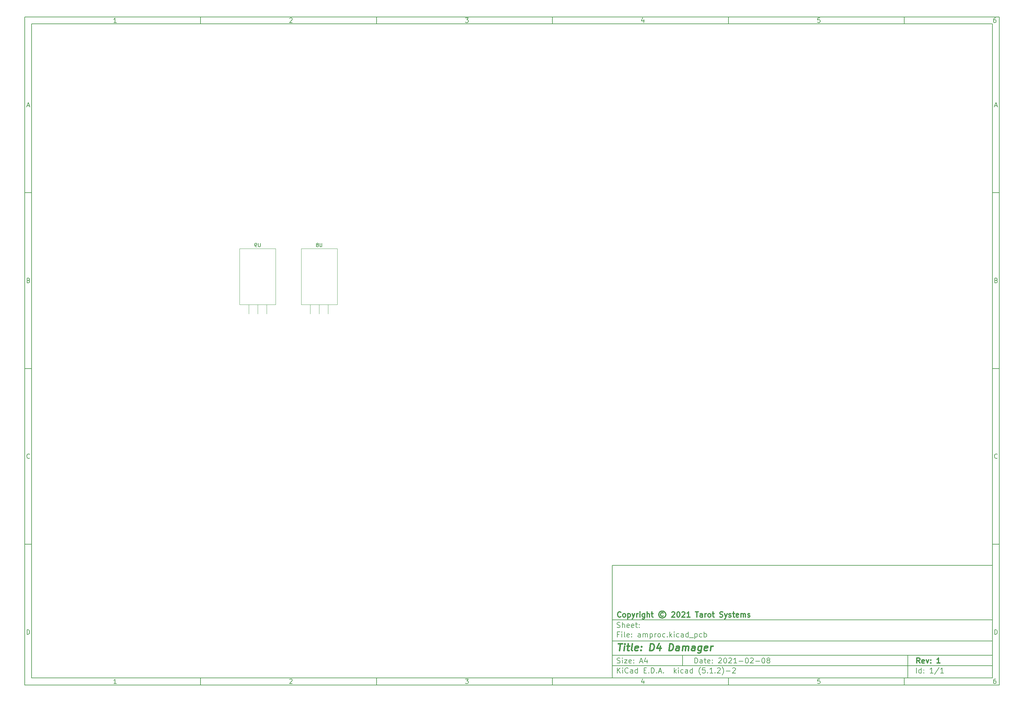
<source format=gbr>
G04 #@! TF.GenerationSoftware,KiCad,Pcbnew,(5.1.2)-2*
G04 #@! TF.CreationDate,2021-02-08T23:51:53+00:00*
G04 #@! TF.ProjectId,amproc,616d7072-6f63-42e6-9b69-6361645f7063,1*
G04 #@! TF.SameCoordinates,PX42c1d80PY7bfa480*
G04 #@! TF.FileFunction,Legend,Bot*
G04 #@! TF.FilePolarity,Positive*
%FSLAX46Y46*%
G04 Gerber Fmt 4.6, Leading zero omitted, Abs format (unit mm)*
G04 Created by KiCad (PCBNEW (5.1.2)-2) date 2021-02-08 23:51:53*
%MOMM*%
%LPD*%
G04 APERTURE LIST*
%ADD10C,0.100000*%
%ADD11C,0.150000*%
%ADD12C,0.300000*%
%ADD13C,0.400000*%
%ADD14C,0.120000*%
%ADD15O,3.102000X2.202000*%
%ADD16C,1.542000*%
%ADD17C,5.102000*%
%ADD18C,3.102000*%
%ADD19C,1.626000*%
%ADD20C,1.702000*%
%ADD21O,1.702000X1.702000*%
%ADD22R,1.902000X1.902000*%
%ADD23C,1.902000*%
%ADD24R,1.002000X1.602000*%
%ADD25O,1.002000X1.602000*%
%ADD26R,2.502000X1.702000*%
%ADD27O,2.502000X1.702000*%
%ADD28C,3.302000*%
%ADD29O,3.602000X3.602000*%
%ADD30O,1.902000X1.902000*%
%ADD31R,1.852000X1.852000*%
%ADD32C,1.852000*%
%ADD33R,2.302000X2.302000*%
%ADD34O,2.302000X2.302000*%
%ADD35R,1.702000X1.702000*%
%ADD36R,2.502000X2.502000*%
%ADD37C,2.502000*%
G04 APERTURE END LIST*
D10*
D11*
X107002200Y-36007200D02*
X107002200Y-68007200D01*
X215002200Y-68007200D01*
X215002200Y-36007200D01*
X107002200Y-36007200D01*
D10*
D11*
X-60000000Y120000000D02*
X-60000000Y-70007200D01*
X217002200Y-70007200D01*
X217002200Y120000000D01*
X-60000000Y120000000D01*
D10*
D11*
X-58000000Y118000000D02*
X-58000000Y-68007200D01*
X215002200Y-68007200D01*
X215002200Y118000000D01*
X-58000000Y118000000D01*
D10*
D11*
X-10000000Y118000000D02*
X-10000000Y120000000D01*
D10*
D11*
X40000000Y118000000D02*
X40000000Y120000000D01*
D10*
D11*
X90000000Y118000000D02*
X90000000Y120000000D01*
D10*
D11*
X140000000Y118000000D02*
X140000000Y120000000D01*
D10*
D11*
X190000000Y118000000D02*
X190000000Y120000000D01*
D10*
D11*
X-33934524Y118411905D02*
X-34677381Y118411905D01*
X-34305953Y118411905D02*
X-34305953Y119711905D01*
X-34429762Y119526191D01*
X-34553572Y119402381D01*
X-34677381Y119340477D01*
D10*
D11*
X15322619Y119588096D02*
X15384523Y119650000D01*
X15508333Y119711905D01*
X15817857Y119711905D01*
X15941666Y119650000D01*
X16003571Y119588096D01*
X16065476Y119464286D01*
X16065476Y119340477D01*
X16003571Y119154762D01*
X15260714Y118411905D01*
X16065476Y118411905D01*
D10*
D11*
X65260714Y119711905D02*
X66065476Y119711905D01*
X65632142Y119216667D01*
X65817857Y119216667D01*
X65941666Y119154762D01*
X66003571Y119092858D01*
X66065476Y118969048D01*
X66065476Y118659524D01*
X66003571Y118535715D01*
X65941666Y118473810D01*
X65817857Y118411905D01*
X65446428Y118411905D01*
X65322619Y118473810D01*
X65260714Y118535715D01*
D10*
D11*
X115941666Y119278572D02*
X115941666Y118411905D01*
X115632142Y119773810D02*
X115322619Y118845239D01*
X116127380Y118845239D01*
D10*
D11*
X166003571Y119711905D02*
X165384523Y119711905D01*
X165322619Y119092858D01*
X165384523Y119154762D01*
X165508333Y119216667D01*
X165817857Y119216667D01*
X165941666Y119154762D01*
X166003571Y119092858D01*
X166065476Y118969048D01*
X166065476Y118659524D01*
X166003571Y118535715D01*
X165941666Y118473810D01*
X165817857Y118411905D01*
X165508333Y118411905D01*
X165384523Y118473810D01*
X165322619Y118535715D01*
D10*
D11*
X215941666Y119711905D02*
X215694047Y119711905D01*
X215570238Y119650000D01*
X215508333Y119588096D01*
X215384523Y119402381D01*
X215322619Y119154762D01*
X215322619Y118659524D01*
X215384523Y118535715D01*
X215446428Y118473810D01*
X215570238Y118411905D01*
X215817857Y118411905D01*
X215941666Y118473810D01*
X216003571Y118535715D01*
X216065476Y118659524D01*
X216065476Y118969048D01*
X216003571Y119092858D01*
X215941666Y119154762D01*
X215817857Y119216667D01*
X215570238Y119216667D01*
X215446428Y119154762D01*
X215384523Y119092858D01*
X215322619Y118969048D01*
D10*
D11*
X-10000000Y-68007200D02*
X-10000000Y-70007200D01*
D10*
D11*
X40000000Y-68007200D02*
X40000000Y-70007200D01*
D10*
D11*
X90000000Y-68007200D02*
X90000000Y-70007200D01*
D10*
D11*
X140000000Y-68007200D02*
X140000000Y-70007200D01*
D10*
D11*
X190000000Y-68007200D02*
X190000000Y-70007200D01*
D10*
D11*
X-33934524Y-69595295D02*
X-34677381Y-69595295D01*
X-34305953Y-69595295D02*
X-34305953Y-68295295D01*
X-34429762Y-68481009D01*
X-34553572Y-68604819D01*
X-34677381Y-68666723D01*
D10*
D11*
X15322619Y-68419104D02*
X15384523Y-68357200D01*
X15508333Y-68295295D01*
X15817857Y-68295295D01*
X15941666Y-68357200D01*
X16003571Y-68419104D01*
X16065476Y-68542914D01*
X16065476Y-68666723D01*
X16003571Y-68852438D01*
X15260714Y-69595295D01*
X16065476Y-69595295D01*
D10*
D11*
X65260714Y-68295295D02*
X66065476Y-68295295D01*
X65632142Y-68790533D01*
X65817857Y-68790533D01*
X65941666Y-68852438D01*
X66003571Y-68914342D01*
X66065476Y-69038152D01*
X66065476Y-69347676D01*
X66003571Y-69471485D01*
X65941666Y-69533390D01*
X65817857Y-69595295D01*
X65446428Y-69595295D01*
X65322619Y-69533390D01*
X65260714Y-69471485D01*
D10*
D11*
X115941666Y-68728628D02*
X115941666Y-69595295D01*
X115632142Y-68233390D02*
X115322619Y-69161961D01*
X116127380Y-69161961D01*
D10*
D11*
X166003571Y-68295295D02*
X165384523Y-68295295D01*
X165322619Y-68914342D01*
X165384523Y-68852438D01*
X165508333Y-68790533D01*
X165817857Y-68790533D01*
X165941666Y-68852438D01*
X166003571Y-68914342D01*
X166065476Y-69038152D01*
X166065476Y-69347676D01*
X166003571Y-69471485D01*
X165941666Y-69533390D01*
X165817857Y-69595295D01*
X165508333Y-69595295D01*
X165384523Y-69533390D01*
X165322619Y-69471485D01*
D10*
D11*
X215941666Y-68295295D02*
X215694047Y-68295295D01*
X215570238Y-68357200D01*
X215508333Y-68419104D01*
X215384523Y-68604819D01*
X215322619Y-68852438D01*
X215322619Y-69347676D01*
X215384523Y-69471485D01*
X215446428Y-69533390D01*
X215570238Y-69595295D01*
X215817857Y-69595295D01*
X215941666Y-69533390D01*
X216003571Y-69471485D01*
X216065476Y-69347676D01*
X216065476Y-69038152D01*
X216003571Y-68914342D01*
X215941666Y-68852438D01*
X215817857Y-68790533D01*
X215570238Y-68790533D01*
X215446428Y-68852438D01*
X215384523Y-68914342D01*
X215322619Y-69038152D01*
D10*
D11*
X-60000000Y70000000D02*
X-58000000Y70000000D01*
D10*
D11*
X-60000000Y20000000D02*
X-58000000Y20000000D01*
D10*
D11*
X-60000000Y-30000000D02*
X-58000000Y-30000000D01*
D10*
D11*
X-59309524Y94783334D02*
X-58690477Y94783334D01*
X-59433334Y94411905D02*
X-59000000Y95711905D01*
X-58566667Y94411905D01*
D10*
D11*
X-58907143Y45092858D02*
X-58721429Y45030953D01*
X-58659524Y44969048D01*
X-58597620Y44845239D01*
X-58597620Y44659524D01*
X-58659524Y44535715D01*
X-58721429Y44473810D01*
X-58845239Y44411905D01*
X-59340477Y44411905D01*
X-59340477Y45711905D01*
X-58907143Y45711905D01*
X-58783334Y45650000D01*
X-58721429Y45588096D01*
X-58659524Y45464286D01*
X-58659524Y45340477D01*
X-58721429Y45216667D01*
X-58783334Y45154762D01*
X-58907143Y45092858D01*
X-59340477Y45092858D01*
D10*
D11*
X-58597620Y-5464285D02*
X-58659524Y-5526190D01*
X-58845239Y-5588095D01*
X-58969048Y-5588095D01*
X-59154762Y-5526190D01*
X-59278572Y-5402380D01*
X-59340477Y-5278571D01*
X-59402381Y-5030952D01*
X-59402381Y-4845238D01*
X-59340477Y-4597619D01*
X-59278572Y-4473809D01*
X-59154762Y-4350000D01*
X-58969048Y-4288095D01*
X-58845239Y-4288095D01*
X-58659524Y-4350000D01*
X-58597620Y-4411904D01*
D10*
D11*
X-59340477Y-55588095D02*
X-59340477Y-54288095D01*
X-59030953Y-54288095D01*
X-58845239Y-54350000D01*
X-58721429Y-54473809D01*
X-58659524Y-54597619D01*
X-58597620Y-54845238D01*
X-58597620Y-55030952D01*
X-58659524Y-55278571D01*
X-58721429Y-55402380D01*
X-58845239Y-55526190D01*
X-59030953Y-55588095D01*
X-59340477Y-55588095D01*
D10*
D11*
X217002200Y70000000D02*
X215002200Y70000000D01*
D10*
D11*
X217002200Y20000000D02*
X215002200Y20000000D01*
D10*
D11*
X217002200Y-30000000D02*
X215002200Y-30000000D01*
D10*
D11*
X215692676Y94783334D02*
X216311723Y94783334D01*
X215568866Y94411905D02*
X216002200Y95711905D01*
X216435533Y94411905D01*
D10*
D11*
X216095057Y45092858D02*
X216280771Y45030953D01*
X216342676Y44969048D01*
X216404580Y44845239D01*
X216404580Y44659524D01*
X216342676Y44535715D01*
X216280771Y44473810D01*
X216156961Y44411905D01*
X215661723Y44411905D01*
X215661723Y45711905D01*
X216095057Y45711905D01*
X216218866Y45650000D01*
X216280771Y45588096D01*
X216342676Y45464286D01*
X216342676Y45340477D01*
X216280771Y45216667D01*
X216218866Y45154762D01*
X216095057Y45092858D01*
X215661723Y45092858D01*
D10*
D11*
X216404580Y-5464285D02*
X216342676Y-5526190D01*
X216156961Y-5588095D01*
X216033152Y-5588095D01*
X215847438Y-5526190D01*
X215723628Y-5402380D01*
X215661723Y-5278571D01*
X215599819Y-5030952D01*
X215599819Y-4845238D01*
X215661723Y-4597619D01*
X215723628Y-4473809D01*
X215847438Y-4350000D01*
X216033152Y-4288095D01*
X216156961Y-4288095D01*
X216342676Y-4350000D01*
X216404580Y-4411904D01*
D10*
D11*
X215661723Y-55588095D02*
X215661723Y-54288095D01*
X215971247Y-54288095D01*
X216156961Y-54350000D01*
X216280771Y-54473809D01*
X216342676Y-54597619D01*
X216404580Y-54845238D01*
X216404580Y-55030952D01*
X216342676Y-55278571D01*
X216280771Y-55402380D01*
X216156961Y-55526190D01*
X215971247Y-55588095D01*
X215661723Y-55588095D01*
D10*
D11*
X130434342Y-63785771D02*
X130434342Y-62285771D01*
X130791485Y-62285771D01*
X131005771Y-62357200D01*
X131148628Y-62500057D01*
X131220057Y-62642914D01*
X131291485Y-62928628D01*
X131291485Y-63142914D01*
X131220057Y-63428628D01*
X131148628Y-63571485D01*
X131005771Y-63714342D01*
X130791485Y-63785771D01*
X130434342Y-63785771D01*
X132577200Y-63785771D02*
X132577200Y-63000057D01*
X132505771Y-62857200D01*
X132362914Y-62785771D01*
X132077200Y-62785771D01*
X131934342Y-62857200D01*
X132577200Y-63714342D02*
X132434342Y-63785771D01*
X132077200Y-63785771D01*
X131934342Y-63714342D01*
X131862914Y-63571485D01*
X131862914Y-63428628D01*
X131934342Y-63285771D01*
X132077200Y-63214342D01*
X132434342Y-63214342D01*
X132577200Y-63142914D01*
X133077200Y-62785771D02*
X133648628Y-62785771D01*
X133291485Y-62285771D02*
X133291485Y-63571485D01*
X133362914Y-63714342D01*
X133505771Y-63785771D01*
X133648628Y-63785771D01*
X134720057Y-63714342D02*
X134577200Y-63785771D01*
X134291485Y-63785771D01*
X134148628Y-63714342D01*
X134077200Y-63571485D01*
X134077200Y-63000057D01*
X134148628Y-62857200D01*
X134291485Y-62785771D01*
X134577200Y-62785771D01*
X134720057Y-62857200D01*
X134791485Y-63000057D01*
X134791485Y-63142914D01*
X134077200Y-63285771D01*
X135434342Y-63642914D02*
X135505771Y-63714342D01*
X135434342Y-63785771D01*
X135362914Y-63714342D01*
X135434342Y-63642914D01*
X135434342Y-63785771D01*
X135434342Y-62857200D02*
X135505771Y-62928628D01*
X135434342Y-63000057D01*
X135362914Y-62928628D01*
X135434342Y-62857200D01*
X135434342Y-63000057D01*
X137220057Y-62428628D02*
X137291485Y-62357200D01*
X137434342Y-62285771D01*
X137791485Y-62285771D01*
X137934342Y-62357200D01*
X138005771Y-62428628D01*
X138077200Y-62571485D01*
X138077200Y-62714342D01*
X138005771Y-62928628D01*
X137148628Y-63785771D01*
X138077200Y-63785771D01*
X139005771Y-62285771D02*
X139148628Y-62285771D01*
X139291485Y-62357200D01*
X139362914Y-62428628D01*
X139434342Y-62571485D01*
X139505771Y-62857200D01*
X139505771Y-63214342D01*
X139434342Y-63500057D01*
X139362914Y-63642914D01*
X139291485Y-63714342D01*
X139148628Y-63785771D01*
X139005771Y-63785771D01*
X138862914Y-63714342D01*
X138791485Y-63642914D01*
X138720057Y-63500057D01*
X138648628Y-63214342D01*
X138648628Y-62857200D01*
X138720057Y-62571485D01*
X138791485Y-62428628D01*
X138862914Y-62357200D01*
X139005771Y-62285771D01*
X140077200Y-62428628D02*
X140148628Y-62357200D01*
X140291485Y-62285771D01*
X140648628Y-62285771D01*
X140791485Y-62357200D01*
X140862914Y-62428628D01*
X140934342Y-62571485D01*
X140934342Y-62714342D01*
X140862914Y-62928628D01*
X140005771Y-63785771D01*
X140934342Y-63785771D01*
X142362914Y-63785771D02*
X141505771Y-63785771D01*
X141934342Y-63785771D02*
X141934342Y-62285771D01*
X141791485Y-62500057D01*
X141648628Y-62642914D01*
X141505771Y-62714342D01*
X143005771Y-63214342D02*
X144148628Y-63214342D01*
X145148628Y-62285771D02*
X145291485Y-62285771D01*
X145434342Y-62357200D01*
X145505771Y-62428628D01*
X145577200Y-62571485D01*
X145648628Y-62857200D01*
X145648628Y-63214342D01*
X145577200Y-63500057D01*
X145505771Y-63642914D01*
X145434342Y-63714342D01*
X145291485Y-63785771D01*
X145148628Y-63785771D01*
X145005771Y-63714342D01*
X144934342Y-63642914D01*
X144862914Y-63500057D01*
X144791485Y-63214342D01*
X144791485Y-62857200D01*
X144862914Y-62571485D01*
X144934342Y-62428628D01*
X145005771Y-62357200D01*
X145148628Y-62285771D01*
X146220057Y-62428628D02*
X146291485Y-62357200D01*
X146434342Y-62285771D01*
X146791485Y-62285771D01*
X146934342Y-62357200D01*
X147005771Y-62428628D01*
X147077200Y-62571485D01*
X147077200Y-62714342D01*
X147005771Y-62928628D01*
X146148628Y-63785771D01*
X147077200Y-63785771D01*
X147720057Y-63214342D02*
X148862914Y-63214342D01*
X149862914Y-62285771D02*
X150005771Y-62285771D01*
X150148628Y-62357200D01*
X150220057Y-62428628D01*
X150291485Y-62571485D01*
X150362914Y-62857200D01*
X150362914Y-63214342D01*
X150291485Y-63500057D01*
X150220057Y-63642914D01*
X150148628Y-63714342D01*
X150005771Y-63785771D01*
X149862914Y-63785771D01*
X149720057Y-63714342D01*
X149648628Y-63642914D01*
X149577200Y-63500057D01*
X149505771Y-63214342D01*
X149505771Y-62857200D01*
X149577200Y-62571485D01*
X149648628Y-62428628D01*
X149720057Y-62357200D01*
X149862914Y-62285771D01*
X151220057Y-62928628D02*
X151077200Y-62857200D01*
X151005771Y-62785771D01*
X150934342Y-62642914D01*
X150934342Y-62571485D01*
X151005771Y-62428628D01*
X151077200Y-62357200D01*
X151220057Y-62285771D01*
X151505771Y-62285771D01*
X151648628Y-62357200D01*
X151720057Y-62428628D01*
X151791485Y-62571485D01*
X151791485Y-62642914D01*
X151720057Y-62785771D01*
X151648628Y-62857200D01*
X151505771Y-62928628D01*
X151220057Y-62928628D01*
X151077200Y-63000057D01*
X151005771Y-63071485D01*
X150934342Y-63214342D01*
X150934342Y-63500057D01*
X151005771Y-63642914D01*
X151077200Y-63714342D01*
X151220057Y-63785771D01*
X151505771Y-63785771D01*
X151648628Y-63714342D01*
X151720057Y-63642914D01*
X151791485Y-63500057D01*
X151791485Y-63214342D01*
X151720057Y-63071485D01*
X151648628Y-63000057D01*
X151505771Y-62928628D01*
D10*
D11*
X107002200Y-64507200D02*
X215002200Y-64507200D01*
D10*
D11*
X108434342Y-66585771D02*
X108434342Y-65085771D01*
X109291485Y-66585771D02*
X108648628Y-65728628D01*
X109291485Y-65085771D02*
X108434342Y-65942914D01*
X109934342Y-66585771D02*
X109934342Y-65585771D01*
X109934342Y-65085771D02*
X109862914Y-65157200D01*
X109934342Y-65228628D01*
X110005771Y-65157200D01*
X109934342Y-65085771D01*
X109934342Y-65228628D01*
X111505771Y-66442914D02*
X111434342Y-66514342D01*
X111220057Y-66585771D01*
X111077200Y-66585771D01*
X110862914Y-66514342D01*
X110720057Y-66371485D01*
X110648628Y-66228628D01*
X110577200Y-65942914D01*
X110577200Y-65728628D01*
X110648628Y-65442914D01*
X110720057Y-65300057D01*
X110862914Y-65157200D01*
X111077200Y-65085771D01*
X111220057Y-65085771D01*
X111434342Y-65157200D01*
X111505771Y-65228628D01*
X112791485Y-66585771D02*
X112791485Y-65800057D01*
X112720057Y-65657200D01*
X112577200Y-65585771D01*
X112291485Y-65585771D01*
X112148628Y-65657200D01*
X112791485Y-66514342D02*
X112648628Y-66585771D01*
X112291485Y-66585771D01*
X112148628Y-66514342D01*
X112077200Y-66371485D01*
X112077200Y-66228628D01*
X112148628Y-66085771D01*
X112291485Y-66014342D01*
X112648628Y-66014342D01*
X112791485Y-65942914D01*
X114148628Y-66585771D02*
X114148628Y-65085771D01*
X114148628Y-66514342D02*
X114005771Y-66585771D01*
X113720057Y-66585771D01*
X113577200Y-66514342D01*
X113505771Y-66442914D01*
X113434342Y-66300057D01*
X113434342Y-65871485D01*
X113505771Y-65728628D01*
X113577200Y-65657200D01*
X113720057Y-65585771D01*
X114005771Y-65585771D01*
X114148628Y-65657200D01*
X116005771Y-65800057D02*
X116505771Y-65800057D01*
X116720057Y-66585771D02*
X116005771Y-66585771D01*
X116005771Y-65085771D01*
X116720057Y-65085771D01*
X117362914Y-66442914D02*
X117434342Y-66514342D01*
X117362914Y-66585771D01*
X117291485Y-66514342D01*
X117362914Y-66442914D01*
X117362914Y-66585771D01*
X118077200Y-66585771D02*
X118077200Y-65085771D01*
X118434342Y-65085771D01*
X118648628Y-65157200D01*
X118791485Y-65300057D01*
X118862914Y-65442914D01*
X118934342Y-65728628D01*
X118934342Y-65942914D01*
X118862914Y-66228628D01*
X118791485Y-66371485D01*
X118648628Y-66514342D01*
X118434342Y-66585771D01*
X118077200Y-66585771D01*
X119577200Y-66442914D02*
X119648628Y-66514342D01*
X119577200Y-66585771D01*
X119505771Y-66514342D01*
X119577200Y-66442914D01*
X119577200Y-66585771D01*
X120220057Y-66157200D02*
X120934342Y-66157200D01*
X120077200Y-66585771D02*
X120577200Y-65085771D01*
X121077200Y-66585771D01*
X121577200Y-66442914D02*
X121648628Y-66514342D01*
X121577200Y-66585771D01*
X121505771Y-66514342D01*
X121577200Y-66442914D01*
X121577200Y-66585771D01*
X124577200Y-66585771D02*
X124577200Y-65085771D01*
X124720057Y-66014342D02*
X125148628Y-66585771D01*
X125148628Y-65585771D02*
X124577200Y-66157200D01*
X125791485Y-66585771D02*
X125791485Y-65585771D01*
X125791485Y-65085771D02*
X125720057Y-65157200D01*
X125791485Y-65228628D01*
X125862914Y-65157200D01*
X125791485Y-65085771D01*
X125791485Y-65228628D01*
X127148628Y-66514342D02*
X127005771Y-66585771D01*
X126720057Y-66585771D01*
X126577200Y-66514342D01*
X126505771Y-66442914D01*
X126434342Y-66300057D01*
X126434342Y-65871485D01*
X126505771Y-65728628D01*
X126577200Y-65657200D01*
X126720057Y-65585771D01*
X127005771Y-65585771D01*
X127148628Y-65657200D01*
X128434342Y-66585771D02*
X128434342Y-65800057D01*
X128362914Y-65657200D01*
X128220057Y-65585771D01*
X127934342Y-65585771D01*
X127791485Y-65657200D01*
X128434342Y-66514342D02*
X128291485Y-66585771D01*
X127934342Y-66585771D01*
X127791485Y-66514342D01*
X127720057Y-66371485D01*
X127720057Y-66228628D01*
X127791485Y-66085771D01*
X127934342Y-66014342D01*
X128291485Y-66014342D01*
X128434342Y-65942914D01*
X129791485Y-66585771D02*
X129791485Y-65085771D01*
X129791485Y-66514342D02*
X129648628Y-66585771D01*
X129362914Y-66585771D01*
X129220057Y-66514342D01*
X129148628Y-66442914D01*
X129077200Y-66300057D01*
X129077200Y-65871485D01*
X129148628Y-65728628D01*
X129220057Y-65657200D01*
X129362914Y-65585771D01*
X129648628Y-65585771D01*
X129791485Y-65657200D01*
X132077200Y-67157200D02*
X132005771Y-67085771D01*
X131862914Y-66871485D01*
X131791485Y-66728628D01*
X131720057Y-66514342D01*
X131648628Y-66157200D01*
X131648628Y-65871485D01*
X131720057Y-65514342D01*
X131791485Y-65300057D01*
X131862914Y-65157200D01*
X132005771Y-64942914D01*
X132077200Y-64871485D01*
X133362914Y-65085771D02*
X132648628Y-65085771D01*
X132577200Y-65800057D01*
X132648628Y-65728628D01*
X132791485Y-65657200D01*
X133148628Y-65657200D01*
X133291485Y-65728628D01*
X133362914Y-65800057D01*
X133434342Y-65942914D01*
X133434342Y-66300057D01*
X133362914Y-66442914D01*
X133291485Y-66514342D01*
X133148628Y-66585771D01*
X132791485Y-66585771D01*
X132648628Y-66514342D01*
X132577200Y-66442914D01*
X134077200Y-66442914D02*
X134148628Y-66514342D01*
X134077200Y-66585771D01*
X134005771Y-66514342D01*
X134077200Y-66442914D01*
X134077200Y-66585771D01*
X135577200Y-66585771D02*
X134720057Y-66585771D01*
X135148628Y-66585771D02*
X135148628Y-65085771D01*
X135005771Y-65300057D01*
X134862914Y-65442914D01*
X134720057Y-65514342D01*
X136220057Y-66442914D02*
X136291485Y-66514342D01*
X136220057Y-66585771D01*
X136148628Y-66514342D01*
X136220057Y-66442914D01*
X136220057Y-66585771D01*
X136862914Y-65228628D02*
X136934342Y-65157200D01*
X137077200Y-65085771D01*
X137434342Y-65085771D01*
X137577200Y-65157200D01*
X137648628Y-65228628D01*
X137720057Y-65371485D01*
X137720057Y-65514342D01*
X137648628Y-65728628D01*
X136791485Y-66585771D01*
X137720057Y-66585771D01*
X138220057Y-67157200D02*
X138291485Y-67085771D01*
X138434342Y-66871485D01*
X138505771Y-66728628D01*
X138577200Y-66514342D01*
X138648628Y-66157200D01*
X138648628Y-65871485D01*
X138577200Y-65514342D01*
X138505771Y-65300057D01*
X138434342Y-65157200D01*
X138291485Y-64942914D01*
X138220057Y-64871485D01*
X139362914Y-66014342D02*
X140505771Y-66014342D01*
X141148628Y-65228628D02*
X141220057Y-65157200D01*
X141362914Y-65085771D01*
X141720057Y-65085771D01*
X141862914Y-65157200D01*
X141934342Y-65228628D01*
X142005771Y-65371485D01*
X142005771Y-65514342D01*
X141934342Y-65728628D01*
X141077200Y-66585771D01*
X142005771Y-66585771D01*
D10*
D11*
X107002200Y-61507200D02*
X215002200Y-61507200D01*
D10*
D12*
X194411485Y-63785771D02*
X193911485Y-63071485D01*
X193554342Y-63785771D02*
X193554342Y-62285771D01*
X194125771Y-62285771D01*
X194268628Y-62357200D01*
X194340057Y-62428628D01*
X194411485Y-62571485D01*
X194411485Y-62785771D01*
X194340057Y-62928628D01*
X194268628Y-63000057D01*
X194125771Y-63071485D01*
X193554342Y-63071485D01*
X195625771Y-63714342D02*
X195482914Y-63785771D01*
X195197200Y-63785771D01*
X195054342Y-63714342D01*
X194982914Y-63571485D01*
X194982914Y-63000057D01*
X195054342Y-62857200D01*
X195197200Y-62785771D01*
X195482914Y-62785771D01*
X195625771Y-62857200D01*
X195697200Y-63000057D01*
X195697200Y-63142914D01*
X194982914Y-63285771D01*
X196197200Y-62785771D02*
X196554342Y-63785771D01*
X196911485Y-62785771D01*
X197482914Y-63642914D02*
X197554342Y-63714342D01*
X197482914Y-63785771D01*
X197411485Y-63714342D01*
X197482914Y-63642914D01*
X197482914Y-63785771D01*
X197482914Y-62857200D02*
X197554342Y-62928628D01*
X197482914Y-63000057D01*
X197411485Y-62928628D01*
X197482914Y-62857200D01*
X197482914Y-63000057D01*
X200125771Y-63785771D02*
X199268628Y-63785771D01*
X199697200Y-63785771D02*
X199697200Y-62285771D01*
X199554342Y-62500057D01*
X199411485Y-62642914D01*
X199268628Y-62714342D01*
D10*
D11*
X108362914Y-63714342D02*
X108577200Y-63785771D01*
X108934342Y-63785771D01*
X109077200Y-63714342D01*
X109148628Y-63642914D01*
X109220057Y-63500057D01*
X109220057Y-63357200D01*
X109148628Y-63214342D01*
X109077200Y-63142914D01*
X108934342Y-63071485D01*
X108648628Y-63000057D01*
X108505771Y-62928628D01*
X108434342Y-62857200D01*
X108362914Y-62714342D01*
X108362914Y-62571485D01*
X108434342Y-62428628D01*
X108505771Y-62357200D01*
X108648628Y-62285771D01*
X109005771Y-62285771D01*
X109220057Y-62357200D01*
X109862914Y-63785771D02*
X109862914Y-62785771D01*
X109862914Y-62285771D02*
X109791485Y-62357200D01*
X109862914Y-62428628D01*
X109934342Y-62357200D01*
X109862914Y-62285771D01*
X109862914Y-62428628D01*
X110434342Y-62785771D02*
X111220057Y-62785771D01*
X110434342Y-63785771D01*
X111220057Y-63785771D01*
X112362914Y-63714342D02*
X112220057Y-63785771D01*
X111934342Y-63785771D01*
X111791485Y-63714342D01*
X111720057Y-63571485D01*
X111720057Y-63000057D01*
X111791485Y-62857200D01*
X111934342Y-62785771D01*
X112220057Y-62785771D01*
X112362914Y-62857200D01*
X112434342Y-63000057D01*
X112434342Y-63142914D01*
X111720057Y-63285771D01*
X113077200Y-63642914D02*
X113148628Y-63714342D01*
X113077200Y-63785771D01*
X113005771Y-63714342D01*
X113077200Y-63642914D01*
X113077200Y-63785771D01*
X113077200Y-62857200D02*
X113148628Y-62928628D01*
X113077200Y-63000057D01*
X113005771Y-62928628D01*
X113077200Y-62857200D01*
X113077200Y-63000057D01*
X114862914Y-63357200D02*
X115577200Y-63357200D01*
X114720057Y-63785771D02*
X115220057Y-62285771D01*
X115720057Y-63785771D01*
X116862914Y-62785771D02*
X116862914Y-63785771D01*
X116505771Y-62214342D02*
X116148628Y-63285771D01*
X117077200Y-63285771D01*
D10*
D11*
X193434342Y-66585771D02*
X193434342Y-65085771D01*
X194791485Y-66585771D02*
X194791485Y-65085771D01*
X194791485Y-66514342D02*
X194648628Y-66585771D01*
X194362914Y-66585771D01*
X194220057Y-66514342D01*
X194148628Y-66442914D01*
X194077200Y-66300057D01*
X194077200Y-65871485D01*
X194148628Y-65728628D01*
X194220057Y-65657200D01*
X194362914Y-65585771D01*
X194648628Y-65585771D01*
X194791485Y-65657200D01*
X195505771Y-66442914D02*
X195577200Y-66514342D01*
X195505771Y-66585771D01*
X195434342Y-66514342D01*
X195505771Y-66442914D01*
X195505771Y-66585771D01*
X195505771Y-65657200D02*
X195577200Y-65728628D01*
X195505771Y-65800057D01*
X195434342Y-65728628D01*
X195505771Y-65657200D01*
X195505771Y-65800057D01*
X198148628Y-66585771D02*
X197291485Y-66585771D01*
X197720057Y-66585771D02*
X197720057Y-65085771D01*
X197577200Y-65300057D01*
X197434342Y-65442914D01*
X197291485Y-65514342D01*
X199862914Y-65014342D02*
X198577200Y-66942914D01*
X201148628Y-66585771D02*
X200291485Y-66585771D01*
X200720057Y-66585771D02*
X200720057Y-65085771D01*
X200577200Y-65300057D01*
X200434342Y-65442914D01*
X200291485Y-65514342D01*
D10*
D11*
X107002200Y-57507200D02*
X215002200Y-57507200D01*
D10*
D13*
X108714580Y-58211961D02*
X109857438Y-58211961D01*
X109036009Y-60211961D02*
X109286009Y-58211961D01*
X110274104Y-60211961D02*
X110440771Y-58878628D01*
X110524104Y-58211961D02*
X110416961Y-58307200D01*
X110500295Y-58402438D01*
X110607438Y-58307200D01*
X110524104Y-58211961D01*
X110500295Y-58402438D01*
X111107438Y-58878628D02*
X111869342Y-58878628D01*
X111476485Y-58211961D02*
X111262200Y-59926247D01*
X111333628Y-60116723D01*
X111512200Y-60211961D01*
X111702676Y-60211961D01*
X112655057Y-60211961D02*
X112476485Y-60116723D01*
X112405057Y-59926247D01*
X112619342Y-58211961D01*
X114190771Y-60116723D02*
X113988390Y-60211961D01*
X113607438Y-60211961D01*
X113428866Y-60116723D01*
X113357438Y-59926247D01*
X113452676Y-59164342D01*
X113571723Y-58973866D01*
X113774104Y-58878628D01*
X114155057Y-58878628D01*
X114333628Y-58973866D01*
X114405057Y-59164342D01*
X114381247Y-59354819D01*
X113405057Y-59545295D01*
X115155057Y-60021485D02*
X115238390Y-60116723D01*
X115131247Y-60211961D01*
X115047914Y-60116723D01*
X115155057Y-60021485D01*
X115131247Y-60211961D01*
X115286009Y-58973866D02*
X115369342Y-59069104D01*
X115262200Y-59164342D01*
X115178866Y-59069104D01*
X115286009Y-58973866D01*
X115262200Y-59164342D01*
X117607438Y-60211961D02*
X117857438Y-58211961D01*
X118333628Y-58211961D01*
X118607438Y-58307200D01*
X118774104Y-58497676D01*
X118845533Y-58688152D01*
X118893152Y-59069104D01*
X118857438Y-59354819D01*
X118714580Y-59735771D01*
X118595533Y-59926247D01*
X118381247Y-60116723D01*
X118083628Y-60211961D01*
X117607438Y-60211961D01*
X120631247Y-58878628D02*
X120464580Y-60211961D01*
X120250295Y-58116723D02*
X119595533Y-59545295D01*
X120833628Y-59545295D01*
X123036009Y-60211961D02*
X123286009Y-58211961D01*
X123762200Y-58211961D01*
X124036009Y-58307200D01*
X124202676Y-58497676D01*
X124274104Y-58688152D01*
X124321723Y-59069104D01*
X124286009Y-59354819D01*
X124143152Y-59735771D01*
X124024104Y-59926247D01*
X123809819Y-60116723D01*
X123512200Y-60211961D01*
X123036009Y-60211961D01*
X125893152Y-60211961D02*
X126024104Y-59164342D01*
X125952676Y-58973866D01*
X125774104Y-58878628D01*
X125393152Y-58878628D01*
X125190771Y-58973866D01*
X125905057Y-60116723D02*
X125702676Y-60211961D01*
X125226485Y-60211961D01*
X125047914Y-60116723D01*
X124976485Y-59926247D01*
X125000295Y-59735771D01*
X125119342Y-59545295D01*
X125321723Y-59450057D01*
X125797914Y-59450057D01*
X126000295Y-59354819D01*
X126845533Y-60211961D02*
X127012200Y-58878628D01*
X126988390Y-59069104D02*
X127095533Y-58973866D01*
X127297914Y-58878628D01*
X127583628Y-58878628D01*
X127762200Y-58973866D01*
X127833628Y-59164342D01*
X127702676Y-60211961D01*
X127833628Y-59164342D02*
X127952676Y-58973866D01*
X128155057Y-58878628D01*
X128440771Y-58878628D01*
X128619342Y-58973866D01*
X128690771Y-59164342D01*
X128559819Y-60211961D01*
X130369342Y-60211961D02*
X130500295Y-59164342D01*
X130428866Y-58973866D01*
X130250295Y-58878628D01*
X129869342Y-58878628D01*
X129666961Y-58973866D01*
X130381247Y-60116723D02*
X130178866Y-60211961D01*
X129702676Y-60211961D01*
X129524104Y-60116723D01*
X129452676Y-59926247D01*
X129476485Y-59735771D01*
X129595533Y-59545295D01*
X129797914Y-59450057D01*
X130274104Y-59450057D01*
X130476485Y-59354819D01*
X132345533Y-58878628D02*
X132143152Y-60497676D01*
X132024104Y-60688152D01*
X131916961Y-60783390D01*
X131714580Y-60878628D01*
X131428866Y-60878628D01*
X131250295Y-60783390D01*
X132190771Y-60116723D02*
X131988390Y-60211961D01*
X131607438Y-60211961D01*
X131428866Y-60116723D01*
X131345533Y-60021485D01*
X131274104Y-59831009D01*
X131345533Y-59259580D01*
X131464580Y-59069104D01*
X131571723Y-58973866D01*
X131774104Y-58878628D01*
X132155057Y-58878628D01*
X132333628Y-58973866D01*
X133905057Y-60116723D02*
X133702676Y-60211961D01*
X133321723Y-60211961D01*
X133143152Y-60116723D01*
X133071723Y-59926247D01*
X133166961Y-59164342D01*
X133286009Y-58973866D01*
X133488390Y-58878628D01*
X133869342Y-58878628D01*
X134047914Y-58973866D01*
X134119342Y-59164342D01*
X134095533Y-59354819D01*
X133119342Y-59545295D01*
X134845533Y-60211961D02*
X135012200Y-58878628D01*
X134964580Y-59259580D02*
X135083628Y-59069104D01*
X135190771Y-58973866D01*
X135393152Y-58878628D01*
X135583628Y-58878628D01*
D10*
D11*
X108934342Y-55600057D02*
X108434342Y-55600057D01*
X108434342Y-56385771D02*
X108434342Y-54885771D01*
X109148628Y-54885771D01*
X109720057Y-56385771D02*
X109720057Y-55385771D01*
X109720057Y-54885771D02*
X109648628Y-54957200D01*
X109720057Y-55028628D01*
X109791485Y-54957200D01*
X109720057Y-54885771D01*
X109720057Y-55028628D01*
X110648628Y-56385771D02*
X110505771Y-56314342D01*
X110434342Y-56171485D01*
X110434342Y-54885771D01*
X111791485Y-56314342D02*
X111648628Y-56385771D01*
X111362914Y-56385771D01*
X111220057Y-56314342D01*
X111148628Y-56171485D01*
X111148628Y-55600057D01*
X111220057Y-55457200D01*
X111362914Y-55385771D01*
X111648628Y-55385771D01*
X111791485Y-55457200D01*
X111862914Y-55600057D01*
X111862914Y-55742914D01*
X111148628Y-55885771D01*
X112505771Y-56242914D02*
X112577200Y-56314342D01*
X112505771Y-56385771D01*
X112434342Y-56314342D01*
X112505771Y-56242914D01*
X112505771Y-56385771D01*
X112505771Y-55457200D02*
X112577200Y-55528628D01*
X112505771Y-55600057D01*
X112434342Y-55528628D01*
X112505771Y-55457200D01*
X112505771Y-55600057D01*
X115005771Y-56385771D02*
X115005771Y-55600057D01*
X114934342Y-55457200D01*
X114791485Y-55385771D01*
X114505771Y-55385771D01*
X114362914Y-55457200D01*
X115005771Y-56314342D02*
X114862914Y-56385771D01*
X114505771Y-56385771D01*
X114362914Y-56314342D01*
X114291485Y-56171485D01*
X114291485Y-56028628D01*
X114362914Y-55885771D01*
X114505771Y-55814342D01*
X114862914Y-55814342D01*
X115005771Y-55742914D01*
X115720057Y-56385771D02*
X115720057Y-55385771D01*
X115720057Y-55528628D02*
X115791485Y-55457200D01*
X115934342Y-55385771D01*
X116148628Y-55385771D01*
X116291485Y-55457200D01*
X116362914Y-55600057D01*
X116362914Y-56385771D01*
X116362914Y-55600057D02*
X116434342Y-55457200D01*
X116577200Y-55385771D01*
X116791485Y-55385771D01*
X116934342Y-55457200D01*
X117005771Y-55600057D01*
X117005771Y-56385771D01*
X117720057Y-55385771D02*
X117720057Y-56885771D01*
X117720057Y-55457200D02*
X117862914Y-55385771D01*
X118148628Y-55385771D01*
X118291485Y-55457200D01*
X118362914Y-55528628D01*
X118434342Y-55671485D01*
X118434342Y-56100057D01*
X118362914Y-56242914D01*
X118291485Y-56314342D01*
X118148628Y-56385771D01*
X117862914Y-56385771D01*
X117720057Y-56314342D01*
X119077200Y-56385771D02*
X119077200Y-55385771D01*
X119077200Y-55671485D02*
X119148628Y-55528628D01*
X119220057Y-55457200D01*
X119362914Y-55385771D01*
X119505771Y-55385771D01*
X120220057Y-56385771D02*
X120077200Y-56314342D01*
X120005771Y-56242914D01*
X119934342Y-56100057D01*
X119934342Y-55671485D01*
X120005771Y-55528628D01*
X120077200Y-55457200D01*
X120220057Y-55385771D01*
X120434342Y-55385771D01*
X120577200Y-55457200D01*
X120648628Y-55528628D01*
X120720057Y-55671485D01*
X120720057Y-56100057D01*
X120648628Y-56242914D01*
X120577200Y-56314342D01*
X120434342Y-56385771D01*
X120220057Y-56385771D01*
X122005771Y-56314342D02*
X121862914Y-56385771D01*
X121577200Y-56385771D01*
X121434342Y-56314342D01*
X121362914Y-56242914D01*
X121291485Y-56100057D01*
X121291485Y-55671485D01*
X121362914Y-55528628D01*
X121434342Y-55457200D01*
X121577200Y-55385771D01*
X121862914Y-55385771D01*
X122005771Y-55457200D01*
X122648628Y-56242914D02*
X122720057Y-56314342D01*
X122648628Y-56385771D01*
X122577200Y-56314342D01*
X122648628Y-56242914D01*
X122648628Y-56385771D01*
X123362914Y-56385771D02*
X123362914Y-54885771D01*
X123505771Y-55814342D02*
X123934342Y-56385771D01*
X123934342Y-55385771D02*
X123362914Y-55957200D01*
X124577200Y-56385771D02*
X124577200Y-55385771D01*
X124577200Y-54885771D02*
X124505771Y-54957200D01*
X124577200Y-55028628D01*
X124648628Y-54957200D01*
X124577200Y-54885771D01*
X124577200Y-55028628D01*
X125934342Y-56314342D02*
X125791485Y-56385771D01*
X125505771Y-56385771D01*
X125362914Y-56314342D01*
X125291485Y-56242914D01*
X125220057Y-56100057D01*
X125220057Y-55671485D01*
X125291485Y-55528628D01*
X125362914Y-55457200D01*
X125505771Y-55385771D01*
X125791485Y-55385771D01*
X125934342Y-55457200D01*
X127220057Y-56385771D02*
X127220057Y-55600057D01*
X127148628Y-55457200D01*
X127005771Y-55385771D01*
X126720057Y-55385771D01*
X126577200Y-55457200D01*
X127220057Y-56314342D02*
X127077200Y-56385771D01*
X126720057Y-56385771D01*
X126577200Y-56314342D01*
X126505771Y-56171485D01*
X126505771Y-56028628D01*
X126577200Y-55885771D01*
X126720057Y-55814342D01*
X127077200Y-55814342D01*
X127220057Y-55742914D01*
X128577200Y-56385771D02*
X128577200Y-54885771D01*
X128577200Y-56314342D02*
X128434342Y-56385771D01*
X128148628Y-56385771D01*
X128005771Y-56314342D01*
X127934342Y-56242914D01*
X127862914Y-56100057D01*
X127862914Y-55671485D01*
X127934342Y-55528628D01*
X128005771Y-55457200D01*
X128148628Y-55385771D01*
X128434342Y-55385771D01*
X128577200Y-55457200D01*
X128934342Y-56528628D02*
X130077200Y-56528628D01*
X130434342Y-55385771D02*
X130434342Y-56885771D01*
X130434342Y-55457200D02*
X130577200Y-55385771D01*
X130862914Y-55385771D01*
X131005771Y-55457200D01*
X131077200Y-55528628D01*
X131148628Y-55671485D01*
X131148628Y-56100057D01*
X131077200Y-56242914D01*
X131005771Y-56314342D01*
X130862914Y-56385771D01*
X130577200Y-56385771D01*
X130434342Y-56314342D01*
X132434342Y-56314342D02*
X132291485Y-56385771D01*
X132005771Y-56385771D01*
X131862914Y-56314342D01*
X131791485Y-56242914D01*
X131720057Y-56100057D01*
X131720057Y-55671485D01*
X131791485Y-55528628D01*
X131862914Y-55457200D01*
X132005771Y-55385771D01*
X132291485Y-55385771D01*
X132434342Y-55457200D01*
X133077200Y-56385771D02*
X133077200Y-54885771D01*
X133077200Y-55457200D02*
X133220057Y-55385771D01*
X133505771Y-55385771D01*
X133648628Y-55457200D01*
X133720057Y-55528628D01*
X133791485Y-55671485D01*
X133791485Y-56100057D01*
X133720057Y-56242914D01*
X133648628Y-56314342D01*
X133505771Y-56385771D01*
X133220057Y-56385771D01*
X133077200Y-56314342D01*
D10*
D11*
X107002200Y-51507200D02*
X215002200Y-51507200D01*
D10*
D11*
X108362914Y-53614342D02*
X108577200Y-53685771D01*
X108934342Y-53685771D01*
X109077200Y-53614342D01*
X109148628Y-53542914D01*
X109220057Y-53400057D01*
X109220057Y-53257200D01*
X109148628Y-53114342D01*
X109077200Y-53042914D01*
X108934342Y-52971485D01*
X108648628Y-52900057D01*
X108505771Y-52828628D01*
X108434342Y-52757200D01*
X108362914Y-52614342D01*
X108362914Y-52471485D01*
X108434342Y-52328628D01*
X108505771Y-52257200D01*
X108648628Y-52185771D01*
X109005771Y-52185771D01*
X109220057Y-52257200D01*
X109862914Y-53685771D02*
X109862914Y-52185771D01*
X110505771Y-53685771D02*
X110505771Y-52900057D01*
X110434342Y-52757200D01*
X110291485Y-52685771D01*
X110077200Y-52685771D01*
X109934342Y-52757200D01*
X109862914Y-52828628D01*
X111791485Y-53614342D02*
X111648628Y-53685771D01*
X111362914Y-53685771D01*
X111220057Y-53614342D01*
X111148628Y-53471485D01*
X111148628Y-52900057D01*
X111220057Y-52757200D01*
X111362914Y-52685771D01*
X111648628Y-52685771D01*
X111791485Y-52757200D01*
X111862914Y-52900057D01*
X111862914Y-53042914D01*
X111148628Y-53185771D01*
X113077200Y-53614342D02*
X112934342Y-53685771D01*
X112648628Y-53685771D01*
X112505771Y-53614342D01*
X112434342Y-53471485D01*
X112434342Y-52900057D01*
X112505771Y-52757200D01*
X112648628Y-52685771D01*
X112934342Y-52685771D01*
X113077200Y-52757200D01*
X113148628Y-52900057D01*
X113148628Y-53042914D01*
X112434342Y-53185771D01*
X113577200Y-52685771D02*
X114148628Y-52685771D01*
X113791485Y-52185771D02*
X113791485Y-53471485D01*
X113862914Y-53614342D01*
X114005771Y-53685771D01*
X114148628Y-53685771D01*
X114648628Y-53542914D02*
X114720057Y-53614342D01*
X114648628Y-53685771D01*
X114577200Y-53614342D01*
X114648628Y-53542914D01*
X114648628Y-53685771D01*
X114648628Y-52757200D02*
X114720057Y-52828628D01*
X114648628Y-52900057D01*
X114577200Y-52828628D01*
X114648628Y-52757200D01*
X114648628Y-52900057D01*
D10*
D12*
X109411485Y-50542914D02*
X109340057Y-50614342D01*
X109125771Y-50685771D01*
X108982914Y-50685771D01*
X108768628Y-50614342D01*
X108625771Y-50471485D01*
X108554342Y-50328628D01*
X108482914Y-50042914D01*
X108482914Y-49828628D01*
X108554342Y-49542914D01*
X108625771Y-49400057D01*
X108768628Y-49257200D01*
X108982914Y-49185771D01*
X109125771Y-49185771D01*
X109340057Y-49257200D01*
X109411485Y-49328628D01*
X110268628Y-50685771D02*
X110125771Y-50614342D01*
X110054342Y-50542914D01*
X109982914Y-50400057D01*
X109982914Y-49971485D01*
X110054342Y-49828628D01*
X110125771Y-49757200D01*
X110268628Y-49685771D01*
X110482914Y-49685771D01*
X110625771Y-49757200D01*
X110697200Y-49828628D01*
X110768628Y-49971485D01*
X110768628Y-50400057D01*
X110697200Y-50542914D01*
X110625771Y-50614342D01*
X110482914Y-50685771D01*
X110268628Y-50685771D01*
X111411485Y-49685771D02*
X111411485Y-51185771D01*
X111411485Y-49757200D02*
X111554342Y-49685771D01*
X111840057Y-49685771D01*
X111982914Y-49757200D01*
X112054342Y-49828628D01*
X112125771Y-49971485D01*
X112125771Y-50400057D01*
X112054342Y-50542914D01*
X111982914Y-50614342D01*
X111840057Y-50685771D01*
X111554342Y-50685771D01*
X111411485Y-50614342D01*
X112625771Y-49685771D02*
X112982914Y-50685771D01*
X113340057Y-49685771D02*
X112982914Y-50685771D01*
X112840057Y-51042914D01*
X112768628Y-51114342D01*
X112625771Y-51185771D01*
X113911485Y-50685771D02*
X113911485Y-49685771D01*
X113911485Y-49971485D02*
X113982914Y-49828628D01*
X114054342Y-49757200D01*
X114197200Y-49685771D01*
X114340057Y-49685771D01*
X114840057Y-50685771D02*
X114840057Y-49685771D01*
X114840057Y-49185771D02*
X114768628Y-49257200D01*
X114840057Y-49328628D01*
X114911485Y-49257200D01*
X114840057Y-49185771D01*
X114840057Y-49328628D01*
X116197200Y-49685771D02*
X116197200Y-50900057D01*
X116125771Y-51042914D01*
X116054342Y-51114342D01*
X115911485Y-51185771D01*
X115697200Y-51185771D01*
X115554342Y-51114342D01*
X116197200Y-50614342D02*
X116054342Y-50685771D01*
X115768628Y-50685771D01*
X115625771Y-50614342D01*
X115554342Y-50542914D01*
X115482914Y-50400057D01*
X115482914Y-49971485D01*
X115554342Y-49828628D01*
X115625771Y-49757200D01*
X115768628Y-49685771D01*
X116054342Y-49685771D01*
X116197200Y-49757200D01*
X116911485Y-50685771D02*
X116911485Y-49185771D01*
X117554342Y-50685771D02*
X117554342Y-49900057D01*
X117482914Y-49757200D01*
X117340057Y-49685771D01*
X117125771Y-49685771D01*
X116982914Y-49757200D01*
X116911485Y-49828628D01*
X118054342Y-49685771D02*
X118625771Y-49685771D01*
X118268628Y-49185771D02*
X118268628Y-50471485D01*
X118340057Y-50614342D01*
X118482914Y-50685771D01*
X118625771Y-50685771D01*
X121482914Y-49542914D02*
X121340057Y-49471485D01*
X121054342Y-49471485D01*
X120911485Y-49542914D01*
X120768628Y-49685771D01*
X120697200Y-49828628D01*
X120697200Y-50114342D01*
X120768628Y-50257200D01*
X120911485Y-50400057D01*
X121054342Y-50471485D01*
X121340057Y-50471485D01*
X121482914Y-50400057D01*
X121197200Y-48971485D02*
X120840057Y-49042914D01*
X120482914Y-49257200D01*
X120268628Y-49614342D01*
X120197200Y-49971485D01*
X120268628Y-50328628D01*
X120482914Y-50685771D01*
X120840057Y-50900057D01*
X121197200Y-50971485D01*
X121554342Y-50900057D01*
X121911485Y-50685771D01*
X122125771Y-50328628D01*
X122197200Y-49971485D01*
X122125771Y-49614342D01*
X121911485Y-49257200D01*
X121554342Y-49042914D01*
X121197200Y-48971485D01*
X123911485Y-49328628D02*
X123982914Y-49257200D01*
X124125771Y-49185771D01*
X124482914Y-49185771D01*
X124625771Y-49257200D01*
X124697200Y-49328628D01*
X124768628Y-49471485D01*
X124768628Y-49614342D01*
X124697200Y-49828628D01*
X123840057Y-50685771D01*
X124768628Y-50685771D01*
X125697200Y-49185771D02*
X125840057Y-49185771D01*
X125982914Y-49257200D01*
X126054342Y-49328628D01*
X126125771Y-49471485D01*
X126197200Y-49757200D01*
X126197200Y-50114342D01*
X126125771Y-50400057D01*
X126054342Y-50542914D01*
X125982914Y-50614342D01*
X125840057Y-50685771D01*
X125697200Y-50685771D01*
X125554342Y-50614342D01*
X125482914Y-50542914D01*
X125411485Y-50400057D01*
X125340057Y-50114342D01*
X125340057Y-49757200D01*
X125411485Y-49471485D01*
X125482914Y-49328628D01*
X125554342Y-49257200D01*
X125697200Y-49185771D01*
X126768628Y-49328628D02*
X126840057Y-49257200D01*
X126982914Y-49185771D01*
X127340057Y-49185771D01*
X127482914Y-49257200D01*
X127554342Y-49328628D01*
X127625771Y-49471485D01*
X127625771Y-49614342D01*
X127554342Y-49828628D01*
X126697200Y-50685771D01*
X127625771Y-50685771D01*
X129054342Y-50685771D02*
X128197200Y-50685771D01*
X128625771Y-50685771D02*
X128625771Y-49185771D01*
X128482914Y-49400057D01*
X128340057Y-49542914D01*
X128197200Y-49614342D01*
X130625771Y-49185771D02*
X131482914Y-49185771D01*
X131054342Y-50685771D02*
X131054342Y-49185771D01*
X132625771Y-50685771D02*
X132625771Y-49900057D01*
X132554342Y-49757200D01*
X132411485Y-49685771D01*
X132125771Y-49685771D01*
X131982914Y-49757200D01*
X132625771Y-50614342D02*
X132482914Y-50685771D01*
X132125771Y-50685771D01*
X131982914Y-50614342D01*
X131911485Y-50471485D01*
X131911485Y-50328628D01*
X131982914Y-50185771D01*
X132125771Y-50114342D01*
X132482914Y-50114342D01*
X132625771Y-50042914D01*
X133340057Y-50685771D02*
X133340057Y-49685771D01*
X133340057Y-49971485D02*
X133411485Y-49828628D01*
X133482914Y-49757200D01*
X133625771Y-49685771D01*
X133768628Y-49685771D01*
X134482914Y-50685771D02*
X134340057Y-50614342D01*
X134268628Y-50542914D01*
X134197200Y-50400057D01*
X134197200Y-49971485D01*
X134268628Y-49828628D01*
X134340057Y-49757200D01*
X134482914Y-49685771D01*
X134697200Y-49685771D01*
X134840057Y-49757200D01*
X134911485Y-49828628D01*
X134982914Y-49971485D01*
X134982914Y-50400057D01*
X134911485Y-50542914D01*
X134840057Y-50614342D01*
X134697200Y-50685771D01*
X134482914Y-50685771D01*
X135411485Y-49685771D02*
X135982914Y-49685771D01*
X135625771Y-49185771D02*
X135625771Y-50471485D01*
X135697200Y-50614342D01*
X135840057Y-50685771D01*
X135982914Y-50685771D01*
X137554342Y-50614342D02*
X137768628Y-50685771D01*
X138125771Y-50685771D01*
X138268628Y-50614342D01*
X138340057Y-50542914D01*
X138411485Y-50400057D01*
X138411485Y-50257200D01*
X138340057Y-50114342D01*
X138268628Y-50042914D01*
X138125771Y-49971485D01*
X137840057Y-49900057D01*
X137697200Y-49828628D01*
X137625771Y-49757200D01*
X137554342Y-49614342D01*
X137554342Y-49471485D01*
X137625771Y-49328628D01*
X137697200Y-49257200D01*
X137840057Y-49185771D01*
X138197200Y-49185771D01*
X138411485Y-49257200D01*
X138911485Y-49685771D02*
X139268628Y-50685771D01*
X139625771Y-49685771D02*
X139268628Y-50685771D01*
X139125771Y-51042914D01*
X139054342Y-51114342D01*
X138911485Y-51185771D01*
X140125771Y-50614342D02*
X140268628Y-50685771D01*
X140554342Y-50685771D01*
X140697200Y-50614342D01*
X140768628Y-50471485D01*
X140768628Y-50400057D01*
X140697200Y-50257200D01*
X140554342Y-50185771D01*
X140340057Y-50185771D01*
X140197200Y-50114342D01*
X140125771Y-49971485D01*
X140125771Y-49900057D01*
X140197200Y-49757200D01*
X140340057Y-49685771D01*
X140554342Y-49685771D01*
X140697200Y-49757200D01*
X141197200Y-49685771D02*
X141768628Y-49685771D01*
X141411485Y-49185771D02*
X141411485Y-50471485D01*
X141482914Y-50614342D01*
X141625771Y-50685771D01*
X141768628Y-50685771D01*
X142840057Y-50614342D02*
X142697200Y-50685771D01*
X142411485Y-50685771D01*
X142268628Y-50614342D01*
X142197200Y-50471485D01*
X142197200Y-49900057D01*
X142268628Y-49757200D01*
X142411485Y-49685771D01*
X142697200Y-49685771D01*
X142840057Y-49757200D01*
X142911485Y-49900057D01*
X142911485Y-50042914D01*
X142197200Y-50185771D01*
X143554342Y-50685771D02*
X143554342Y-49685771D01*
X143554342Y-49828628D02*
X143625771Y-49757200D01*
X143768628Y-49685771D01*
X143982914Y-49685771D01*
X144125771Y-49757200D01*
X144197200Y-49900057D01*
X144197200Y-50685771D01*
X144197200Y-49900057D02*
X144268628Y-49757200D01*
X144411485Y-49685771D01*
X144625771Y-49685771D01*
X144768628Y-49757200D01*
X144840057Y-49900057D01*
X144840057Y-50685771D01*
X145482914Y-50614342D02*
X145625771Y-50685771D01*
X145911485Y-50685771D01*
X146054342Y-50614342D01*
X146125771Y-50471485D01*
X146125771Y-50400057D01*
X146054342Y-50257200D01*
X145911485Y-50185771D01*
X145697200Y-50185771D01*
X145554342Y-50114342D01*
X145482914Y-49971485D01*
X145482914Y-49900057D01*
X145554342Y-49757200D01*
X145697200Y-49685771D01*
X145911485Y-49685771D01*
X146054342Y-49757200D01*
D10*
D11*
X127002200Y-61507200D02*
X127002200Y-64507200D01*
D10*
D11*
X191002200Y-61507200D02*
X191002200Y-68007200D01*
D14*
X11330000Y38190000D02*
X1090000Y38190000D01*
X11330000Y54080000D02*
X1090000Y54080000D01*
X11330000Y54080000D02*
X11330000Y38190000D01*
X1090000Y54080000D02*
X1090000Y38190000D01*
X8750000Y38190000D02*
X8750000Y35550000D01*
X6210000Y38190000D02*
X6210000Y35566000D01*
X3670000Y38190000D02*
X3670000Y35566000D01*
X28830000Y38190000D02*
X18590000Y38190000D01*
X28830000Y54080000D02*
X18590000Y54080000D01*
X28830000Y54080000D02*
X28830000Y38190000D01*
X18590000Y54080000D02*
X18590000Y38190000D01*
X26250000Y38190000D02*
X26250000Y35550000D01*
X23710000Y38190000D02*
X23710000Y35566000D01*
X21170000Y38190000D02*
X21170000Y35566000D01*
D11*
X6971904Y55627620D02*
X6971904Y54818096D01*
X6924285Y54722858D01*
X6876666Y54675239D01*
X6781428Y54627620D01*
X6590952Y54627620D01*
X6495714Y54675239D01*
X6448095Y54722858D01*
X6400476Y54818096D01*
X6400476Y55627620D01*
X5876666Y54627620D02*
X5686190Y54627620D01*
X5590952Y54675239D01*
X5543333Y54722858D01*
X5448095Y54865715D01*
X5400476Y55056191D01*
X5400476Y55437143D01*
X5448095Y55532381D01*
X5495714Y55580000D01*
X5590952Y55627620D01*
X5781428Y55627620D01*
X5876666Y55580000D01*
X5924285Y55532381D01*
X5971904Y55437143D01*
X5971904Y55199048D01*
X5924285Y55103810D01*
X5876666Y55056191D01*
X5781428Y55008572D01*
X5590952Y55008572D01*
X5495714Y55056191D01*
X5448095Y55103810D01*
X5400476Y55199048D01*
X24471904Y55627620D02*
X24471904Y54818096D01*
X24424285Y54722858D01*
X24376666Y54675239D01*
X24281428Y54627620D01*
X24090952Y54627620D01*
X23995714Y54675239D01*
X23948095Y54722858D01*
X23900476Y54818096D01*
X23900476Y55627620D01*
X23281428Y55199048D02*
X23376666Y55246667D01*
X23424285Y55294286D01*
X23471904Y55389524D01*
X23471904Y55437143D01*
X23424285Y55532381D01*
X23376666Y55580000D01*
X23281428Y55627620D01*
X23090952Y55627620D01*
X22995714Y55580000D01*
X22948095Y55532381D01*
X22900476Y55437143D01*
X22900476Y55389524D01*
X22948095Y55294286D01*
X22995714Y55246667D01*
X23090952Y55199048D01*
X23281428Y55199048D01*
X23376666Y55151429D01*
X23424285Y55103810D01*
X23471904Y55008572D01*
X23471904Y54818096D01*
X23424285Y54722858D01*
X23376666Y54675239D01*
X23281428Y54627620D01*
X23090952Y54627620D01*
X22995714Y54675239D01*
X22948095Y54722858D01*
X22900476Y54818096D01*
X22900476Y55008572D01*
X22948095Y55103810D01*
X22995714Y55151429D01*
X23090952Y55199048D01*
%LPC*%
D15*
X4000000Y59500000D03*
D16*
X68500000Y26750000D03*
X71040000Y26750000D03*
X73580000Y26750000D03*
X94750000Y13750000D03*
X92210000Y13750000D03*
X89670000Y13750000D03*
D17*
X108500000Y3500000D03*
X103250000Y9000000D03*
X113750000Y9000000D03*
D18*
X108500000Y9000000D03*
D17*
X124750000Y3500000D03*
X119500000Y9000000D03*
X130000000Y9000000D03*
D18*
X124750000Y9000000D03*
D17*
X33250000Y4500000D03*
X28000000Y10000000D03*
X38500000Y10000000D03*
D18*
X33250000Y10000000D03*
D19*
X8100000Y10750000D03*
X3900000Y10750000D03*
X8100000Y16250000D03*
X3900000Y16250000D03*
X104250000Y62500000D03*
X106750000Y62500000D03*
X109250000Y62500000D03*
X104250000Y65000000D03*
X106750000Y65000000D03*
X109250000Y65000000D03*
X81750000Y62500000D03*
X84250000Y62500000D03*
X86750000Y62500000D03*
X81750000Y65000000D03*
X84250000Y65000000D03*
X86750000Y65000000D03*
X41750000Y65000000D03*
X39250000Y65000000D03*
X36750000Y65000000D03*
X131750000Y65000000D03*
X129250000Y65000000D03*
X126750000Y65000000D03*
X64250000Y65000000D03*
X61750000Y65000000D03*
X59250000Y65000000D03*
D20*
X21250000Y60000000D03*
D21*
X13630000Y60000000D03*
D22*
X20250000Y65000000D03*
D23*
X17710000Y65000000D03*
D24*
X95500000Y59750000D03*
D25*
X92960000Y59750000D03*
X94230000Y59750000D03*
D26*
X77750000Y56500000D03*
D27*
X85370000Y48880000D03*
X77750000Y53960000D03*
X85370000Y51420000D03*
X77750000Y51420000D03*
X85370000Y53960000D03*
X77750000Y48880000D03*
X85370000Y56500000D03*
D20*
X61400000Y55500000D03*
D21*
X53780000Y55500000D03*
D20*
X53750000Y52250000D03*
D21*
X61370000Y52250000D03*
D20*
X123000000Y26750000D03*
D21*
X130620000Y26750000D03*
D20*
X130650000Y30000000D03*
D21*
X123030000Y30000000D03*
D20*
X123000000Y46250000D03*
D21*
X130620000Y46250000D03*
D20*
X130650000Y36500000D03*
D21*
X123030000Y36500000D03*
D20*
X123000000Y39750000D03*
D21*
X130620000Y39750000D03*
D20*
X130650000Y43000000D03*
D21*
X123030000Y43000000D03*
D20*
X109400000Y15750000D03*
D21*
X101780000Y15750000D03*
D20*
X123000000Y17000000D03*
D21*
X130620000Y17000000D03*
D20*
X84250000Y36250000D03*
D21*
X76630000Y36250000D03*
D20*
X95900000Y39500000D03*
D21*
X88280000Y39500000D03*
D20*
X88250000Y36250000D03*
D21*
X95870000Y36250000D03*
D20*
X36500000Y23000000D03*
D21*
X36500000Y30620000D03*
D20*
X31750000Y30650000D03*
D21*
X31750000Y23030000D03*
D20*
X50400000Y13500000D03*
D21*
X42780000Y13500000D03*
D20*
X42750000Y7000000D03*
D21*
X50370000Y7000000D03*
D20*
X32500000Y60750000D03*
D21*
X32500000Y68370000D03*
D20*
X43000000Y61000000D03*
D21*
X35380000Y61000000D03*
D20*
X42750000Y25000000D03*
D21*
X50370000Y25000000D03*
D20*
X50400000Y28250000D03*
D21*
X42780000Y28250000D03*
D20*
X32500000Y33500000D03*
D21*
X40120000Y33500000D03*
D20*
X32500000Y39500000D03*
D21*
X40120000Y39500000D03*
D20*
X67250000Y42750000D03*
D21*
X74870000Y42750000D03*
D20*
X67250000Y46000000D03*
D21*
X74870000Y46000000D03*
D20*
X32500000Y42750000D03*
D21*
X40120000Y42750000D03*
D20*
X53750000Y39250000D03*
D21*
X61370000Y39250000D03*
D20*
X53750000Y42500000D03*
D21*
X61370000Y42500000D03*
D20*
X53750000Y49000000D03*
D21*
X61370000Y49000000D03*
D20*
X67250000Y52500000D03*
D21*
X74870000Y52500000D03*
D20*
X84250000Y39500000D03*
D21*
X76630000Y39500000D03*
D20*
X67250000Y12500000D03*
D21*
X74870000Y12500000D03*
D20*
X74900000Y15750000D03*
D21*
X67280000Y15750000D03*
D20*
X67250000Y9250000D03*
D21*
X74870000Y9250000D03*
D20*
X74900000Y22250000D03*
D21*
X67280000Y22250000D03*
D20*
X74900000Y19000000D03*
D21*
X67280000Y19000000D03*
D20*
X101750000Y39000000D03*
D21*
X109370000Y39000000D03*
D20*
X95900000Y42750000D03*
D21*
X88280000Y42750000D03*
D20*
X95900000Y46000000D03*
D21*
X88280000Y46000000D03*
D20*
X101750000Y42250000D03*
D21*
X109370000Y42250000D03*
D20*
X88250000Y21500000D03*
D21*
X95870000Y21500000D03*
D20*
X88250000Y18250000D03*
D21*
X95870000Y18250000D03*
D20*
X88250000Y52500000D03*
D21*
X95870000Y52500000D03*
D20*
X96000000Y6250000D03*
D21*
X88380000Y6250000D03*
D20*
X95900000Y24750000D03*
D21*
X88280000Y24750000D03*
D20*
X88250000Y28000000D03*
D21*
X95870000Y28000000D03*
D20*
X109400000Y26750000D03*
D21*
X101780000Y26750000D03*
D28*
X146000000Y66000000D03*
X4000000Y66000000D03*
X146000000Y4000000D03*
X4000000Y4000000D03*
D29*
X6210000Y51160000D03*
D22*
X8750000Y34500000D03*
D30*
X6210000Y34500000D03*
X3670000Y34500000D03*
D29*
X23710000Y51160000D03*
D22*
X26250000Y34500000D03*
D30*
X23710000Y34500000D03*
X21170000Y34500000D03*
D31*
X139000000Y61500000D03*
D32*
X139000000Y59000000D03*
X139000000Y56500000D03*
D31*
X139000000Y50500000D03*
D32*
X139000000Y48000000D03*
X139000000Y45500000D03*
D26*
X61000000Y7000000D03*
D27*
X53380000Y14620000D03*
X61000000Y9540000D03*
X53380000Y12080000D03*
X61000000Y12080000D03*
X53380000Y9540000D03*
X61000000Y14620000D03*
X53380000Y7000000D03*
D26*
X61000000Y23750000D03*
D27*
X53380000Y31370000D03*
X61000000Y26290000D03*
X53380000Y28830000D03*
X61000000Y28830000D03*
X53380000Y26290000D03*
X61000000Y31370000D03*
X53380000Y23750000D03*
D26*
X50750000Y39250000D03*
D27*
X43130000Y46870000D03*
X50750000Y41790000D03*
X43130000Y44330000D03*
X50750000Y44330000D03*
X43130000Y41790000D03*
X50750000Y46870000D03*
X43130000Y39250000D03*
D26*
X77750000Y28000000D03*
D27*
X85370000Y10220000D03*
X77750000Y25460000D03*
X85370000Y12760000D03*
X77750000Y22920000D03*
X85370000Y15300000D03*
X77750000Y20380000D03*
X85370000Y17840000D03*
X77750000Y17840000D03*
X85370000Y20380000D03*
X77750000Y15300000D03*
X85370000Y22920000D03*
X77750000Y12760000D03*
X85370000Y25460000D03*
X77750000Y10220000D03*
X85370000Y28000000D03*
X112380000Y18250000D03*
X120000000Y25870000D03*
X112380000Y20790000D03*
X120000000Y23330000D03*
X112380000Y23330000D03*
X120000000Y20790000D03*
X112380000Y25870000D03*
D26*
X120000000Y18250000D03*
D27*
X112380000Y35000000D03*
X120000000Y42620000D03*
X112380000Y37540000D03*
X120000000Y40080000D03*
X112380000Y40080000D03*
X120000000Y37540000D03*
X112380000Y42620000D03*
D26*
X120000000Y35000000D03*
D25*
X74020000Y31750000D03*
X75290000Y31750000D03*
D24*
X72750000Y31750000D03*
D25*
X90020000Y31750000D03*
X91290000Y31750000D03*
D24*
X88750000Y31750000D03*
D25*
X95520000Y31750000D03*
X96790000Y31750000D03*
D24*
X94250000Y31750000D03*
X42000000Y20500000D03*
D25*
X44540000Y20500000D03*
X43270000Y20500000D03*
X48730000Y21250000D03*
X47460000Y21250000D03*
D24*
X50000000Y21250000D03*
D25*
X69020000Y59000000D03*
X70290000Y59000000D03*
D24*
X67750000Y59000000D03*
D25*
X68270000Y36500000D03*
X69540000Y36500000D03*
D24*
X67000000Y36500000D03*
D25*
X68230000Y32250000D03*
X66960000Y32250000D03*
D24*
X69500000Y32250000D03*
D31*
X139000000Y39500000D03*
D32*
X139000000Y37000000D03*
X139000000Y34500000D03*
X139000000Y32000000D03*
X139000000Y29500000D03*
X139000000Y8500000D03*
X139000000Y11000000D03*
X139000000Y13500000D03*
X139000000Y16000000D03*
X139000000Y18500000D03*
X139000000Y21000000D03*
D31*
X139000000Y23500000D03*
D33*
X13250000Y44750000D03*
D34*
X13250000Y34590000D03*
D33*
X16750000Y34540000D03*
D34*
X16750000Y44700000D03*
D33*
X16250000Y6250000D03*
D34*
X16250000Y16410000D03*
D33*
X12750000Y6250000D03*
D34*
X12750000Y16410000D03*
D33*
X23250000Y16450000D03*
D34*
X23250000Y6290000D03*
D33*
X19750000Y16450000D03*
D34*
X19750000Y6290000D03*
D35*
X40150000Y36500000D03*
D21*
X32530000Y36500000D03*
D35*
X40150000Y45750000D03*
D21*
X32530000Y45750000D03*
D35*
X74900000Y55500000D03*
D21*
X67280000Y55500000D03*
X101780000Y36000000D03*
D35*
X109400000Y36000000D03*
D21*
X101780000Y45250000D03*
D35*
X109400000Y45250000D03*
X88250000Y55500000D03*
D21*
X95870000Y55500000D03*
D35*
X27750000Y59750000D03*
D20*
X27750000Y61750000D03*
D35*
X128750000Y58000000D03*
D20*
X128750000Y56000000D03*
X129500000Y20250000D03*
X124500000Y20250000D03*
X124500000Y23500000D03*
X129500000Y23500000D03*
D35*
X128750000Y50250000D03*
D20*
X128750000Y52250000D03*
X104250000Y19000000D03*
X106750000Y19000000D03*
X124500000Y33250000D03*
X129500000Y33250000D03*
X54750000Y17750000D03*
X59750000Y17750000D03*
X54750000Y34500000D03*
X59750000Y34500000D03*
X43750000Y50000000D03*
X48750000Y50000000D03*
X84000000Y7000000D03*
X79000000Y7000000D03*
X84000000Y45750000D03*
X79000000Y45750000D03*
X118750000Y29000000D03*
X113750000Y29000000D03*
X113750000Y45750000D03*
X118750000Y45750000D03*
D35*
X16000000Y49000000D03*
D20*
X14000000Y49000000D03*
D35*
X16000000Y54750000D03*
D20*
X14000000Y54750000D03*
D36*
X10000000Y26500000D03*
D37*
X5000000Y26500000D03*
D36*
X23250000Y26500000D03*
D37*
X18250000Y26500000D03*
D20*
X37500000Y18500000D03*
X32500000Y18500000D03*
X48250000Y10250000D03*
X43250000Y10250000D03*
X44000000Y16750000D03*
X49000000Y16750000D03*
D35*
X27750000Y67500000D03*
D20*
X27750000Y65500000D03*
X44250000Y33000000D03*
X49250000Y33000000D03*
X73500000Y49250000D03*
X68500000Y49250000D03*
X33750000Y50250000D03*
X38750000Y50250000D03*
X60000000Y45750000D03*
X55000000Y45750000D03*
X68500000Y6000000D03*
X73500000Y6000000D03*
X89500000Y49250000D03*
X94500000Y49250000D03*
X108000000Y31500000D03*
X103000000Y31500000D03*
X106750000Y23500000D03*
X104250000Y23500000D03*
M02*

</source>
